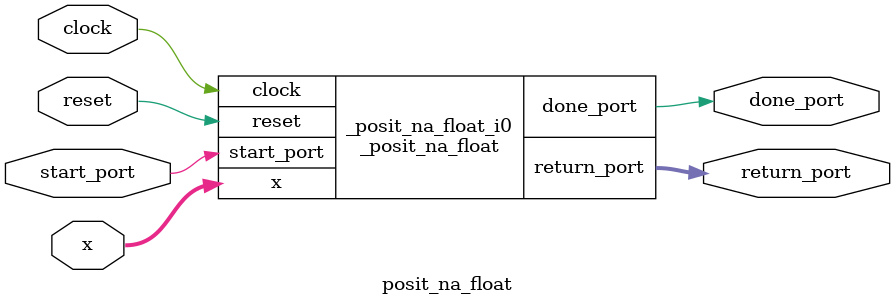
<source format=v>

`ifdef __ICARUS__
  `define _SIM_HAVE_CLOG2
`endif
`ifdef VERILATOR
  `define _SIM_HAVE_CLOG2
`endif
`ifdef MODEL_TECH
  `define _SIM_HAVE_CLOG2
`endif
`ifdef VCS
  `define _SIM_HAVE_CLOG2
`endif
`ifdef NCVERILOG
  `define _SIM_HAVE_CLOG2
`endif
`ifdef XILINX_SIMULATOR
  `define _SIM_HAVE_CLOG2
`endif
`ifdef XILINX_ISIM
  `define _SIM_HAVE_CLOG2
`endif

`timescale 1ns / 1ps
module constant_value(out1);
  parameter BITSIZE_out1=1, value=1'b0;
  // OUT
  output [BITSIZE_out1-1:0] out1;
  assign out1 = value;
endmodule

// This component is part of the BAMBU/PANDA IP LIBRARY
// Copyright (C) 2004-2020 Politecnico di Milano
// Author(s): Fabrizio Ferrandi <fabrizio.ferrandi@polimi.it>
// License: PANDA_LGPLv3
`timescale 1ns / 1ps
module register_STD(clock, reset, in1, wenable, out1);
  parameter BITSIZE_in1=1, BITSIZE_out1=1;
  // IN
  input clock;
  input reset;
  input [BITSIZE_in1-1:0] in1;
  input wenable;
  // OUT
  output [BITSIZE_out1-1:0] out1;
  reg [BITSIZE_out1-1:0] reg_out1 =0;
  assign out1 = reg_out1;
  always @(posedge clock)
    reg_out1 <= in1;

endmodule

// This component is part of the BAMBU/PANDA IP LIBRARY
// Copyright (C) 2004-2020 Politecnico di Milano
// Author(s): Fabrizio Ferrandi <fabrizio.ferrandi@polimi.it>
// License: PANDA_LGPLv3
`timescale 1ns / 1ps
module register_SE(clock, reset, in1, wenable, out1);
  parameter BITSIZE_in1=1, BITSIZE_out1=1;
  // IN
  input clock;
  input reset;
  input [BITSIZE_in1-1:0] in1;
  input wenable;
  // OUT
  output [BITSIZE_out1-1:0] out1;
  
  reg [BITSIZE_out1-1:0] reg_out1 =0;
  assign out1 = reg_out1;
  always @(posedge clock)
    if (wenable)
      reg_out1 <= in1;
endmodule

// This component is part of the BAMBU/PANDA IP LIBRARY
// Copyright (C) 2004-2020 Politecnico di Milano
// Author(s): Fabrizio Ferrandi <fabrizio.ferrandi@polimi.it>
// License: PANDA_LGPLv3
`timescale 1ns / 1ps
module UIdata_converter_FU(in1, out1);
  parameter BITSIZE_in1=1, BITSIZE_out1=1;
  // IN
  input [BITSIZE_in1-1:0] in1;
  // OUT
  output signed [BITSIZE_out1-1:0] out1;
  generate
  if (BITSIZE_out1 <= BITSIZE_in1)
  begin
    assign out1 = in1[BITSIZE_out1-1:0];
  end
  else
  begin
    assign out1 = {{(BITSIZE_out1-BITSIZE_in1){1'b0}},in1};
  end
  endgenerate
endmodule

// This component is part of the BAMBU/PANDA IP LIBRARY
// Copyright (C) 2004-2020 Politecnico di Milano
// Author(s): Fabrizio Ferrandi <fabrizio.ferrandi@polimi.it>
// License: PANDA_LGPLv3
`timescale 1ns / 1ps
module IUdata_converter_FU(in1, out1);
  parameter BITSIZE_in1=1, BITSIZE_out1=1;
  // IN
  input signed [BITSIZE_in1-1:0] in1;
  // OUT
  output [BITSIZE_out1-1:0] out1;
  generate
  if (BITSIZE_out1 <= BITSIZE_in1)
  begin
    assign out1 = in1[BITSIZE_out1-1:0];
  end
  else
  begin
    assign out1 = {{(BITSIZE_out1-BITSIZE_in1){in1[BITSIZE_in1-1]}},in1};
  end
  endgenerate
endmodule

// This component is part of the BAMBU/PANDA IP LIBRARY
// Copyright (C) 2004-2020 Politecnico di Milano
// Author(s): Fabrizio Ferrandi <fabrizio.ferrandi@polimi.it>
// License: PANDA_LGPLv3
`timescale 1ns / 1ps
module read_cond_FU(in1, out1);
  parameter BITSIZE_in1=1;
  // IN
  input [BITSIZE_in1-1:0] in1;
  // OUT
  output out1;
  assign out1 = in1 != {BITSIZE_in1{1'b0}};
endmodule

// This component is part of the BAMBU/PANDA IP LIBRARY
// Copyright (C) 2004-2020 Politecnico di Milano
// Author(s): Fabrizio Ferrandi <fabrizio.ferrandi@polimi.it>
// License: PANDA_LGPLv3
`timescale 1ns / 1ps
module multi_read_cond_FU(in1, out1);
  parameter BITSIZE_in1=1, PORTSIZE_in1=2, BITSIZE_out1=1;
  // IN
  input [(PORTSIZE_in1*BITSIZE_in1)+(-1):0] in1;
  // OUT
  output [BITSIZE_out1-1:0] out1;
  assign out1 = in1;
endmodule

// This component is part of the BAMBU/PANDA IP LIBRARY
// Copyright (C) 2004-2020 Politecnico di Milano
// Author(s): Fabrizio Ferrandi <fabrizio.ferrandi@polimi.it>
// License: PANDA_LGPLv3
`timescale 1ns / 1ps
module view_convert_expr_FU(in1, out1);
  parameter BITSIZE_in1=1, BITSIZE_out1=1;
  // IN
  input signed [BITSIZE_in1-1:0] in1;
  // OUT
  output [BITSIZE_out1-1:0] out1;
  assign out1 = in1;
endmodule

// This component is part of the BAMBU/PANDA IP LIBRARY
// Copyright (C) 2004-2020 Politecnico di Milano
// Author(s): Fabrizio Ferrandi <fabrizio.ferrandi@polimi.it>
// License: PANDA_LGPLv3
`timescale 1ns / 1ps
module bit_and_expr_FU(in1, in2, out1);
  parameter BITSIZE_in1=1, BITSIZE_in2=1, BITSIZE_out1=1;
  // IN
  input signed [BITSIZE_in1-1:0] in1;
  input signed [BITSIZE_in2-1:0] in2;
  // OUT
  output signed [BITSIZE_out1-1:0] out1;
  assign out1 = in1 & in2;
endmodule

// This component is part of the BAMBU/PANDA IP LIBRARY
// Copyright (C) 2016-2020 Politecnico di Milano
// Author(s): Fabrizio Ferrandi <fabrizio.ferrandi@polimi.it>
// License: PANDA_LGPLv3
`timescale 1ns / 1ps
module bit_ior_concat_expr_FU(in1, in2, in3, out1);
  parameter BITSIZE_in1=1, BITSIZE_in2=1, BITSIZE_in3=1, BITSIZE_out1=1, OFFSET_PARAMETER=1;
  // IN
  input signed [BITSIZE_in1-1:0] in1;
  input signed [BITSIZE_in2-1:0] in2;
  input signed [BITSIZE_in3-1:0] in3;
  // OUT
  output signed [BITSIZE_out1-1:0] out1;
  
  parameter nbit_out = BITSIZE_out1 > OFFSET_PARAMETER ? BITSIZE_out1 : 1+OFFSET_PARAMETER;
  wire signed [nbit_out-1:0] tmp_in1;
  wire signed [OFFSET_PARAMETER-1:0] tmp_in2;
  generate
    if(BITSIZE_in1 >= nbit_out)
      assign tmp_in1=in1[nbit_out-1:0];
    else
      assign tmp_in1={{(nbit_out-BITSIZE_in1){in1[BITSIZE_in1-1]}},in1};
  endgenerate
  generate
    if(BITSIZE_in2 >= OFFSET_PARAMETER)
      assign tmp_in2=in2[OFFSET_PARAMETER-1:0];
    else
      assign tmp_in2={{(OFFSET_PARAMETER-BITSIZE_in2){in2[BITSIZE_in2-1]}},in2};
  endgenerate
  assign out1 = {tmp_in1[nbit_out-1:OFFSET_PARAMETER] , tmp_in2};
endmodule

// This component is part of the BAMBU/PANDA IP LIBRARY
// Copyright (C) 2004-2020 Politecnico di Milano
// Author(s): Fabrizio Ferrandi <fabrizio.ferrandi@polimi.it>
// License: PANDA_LGPLv3
`timescale 1ns / 1ps
module bit_ior_expr_FU(in1, in2, out1);
  parameter BITSIZE_in1=1, BITSIZE_in2=1, BITSIZE_out1=1;
  // IN
  input signed [BITSIZE_in1-1:0] in1;
  input signed [BITSIZE_in2-1:0] in2;
  // OUT
  output signed [BITSIZE_out1-1:0] out1;
  assign out1 = in1 | in2;
endmodule

// This component is part of the BAMBU/PANDA IP LIBRARY
// Copyright (C) 2004-2020 Politecnico di Milano
// Author(s): Fabrizio Ferrandi <fabrizio.ferrandi@polimi.it>
// License: PANDA_LGPLv3
`timescale 1ns / 1ps
module cond_expr_FU(in1, in2, in3, out1);
  parameter BITSIZE_in1=1, BITSIZE_in2=1, BITSIZE_in3=1, BITSIZE_out1=1;
  // IN
  input [BITSIZE_in1-1:0] in1;
  input signed [BITSIZE_in2-1:0] in2;
  input signed [BITSIZE_in3-1:0] in3;
  // OUT
  output signed [BITSIZE_out1-1:0] out1;
  assign out1 = in1 != 0 ? in2 : in3;
endmodule

// This component is part of the BAMBU/PANDA IP LIBRARY
// Copyright (C) 2004-2020 Politecnico di Milano
// Author(s): Fabrizio Ferrandi <fabrizio.ferrandi@polimi.it>
// License: PANDA_LGPLv3
`timescale 1ns / 1ps
module eq_expr_FU(in1, in2, out1);
  parameter BITSIZE_in1=1, BITSIZE_in2=1, BITSIZE_out1=1;
  // IN
  input signed [BITSIZE_in1-1:0] in1;
  input signed [BITSIZE_in2-1:0] in2;
  // OUT
  output [BITSIZE_out1-1:0] out1;
  assign out1 = in1 == in2;
endmodule

// This component is part of the BAMBU/PANDA IP LIBRARY
// Copyright (C) 2004-2020 Politecnico di Milano
// Author(s): Fabrizio Ferrandi <fabrizio.ferrandi@polimi.it>
// License: PANDA_LGPLv3
`timescale 1ns / 1ps
module fp_cond_expr_FU(in1, in2, in3, out1);
  parameter BITSIZE_in1=1, BITSIZE_in2=1, BITSIZE_in3=1, BITSIZE_out1=1;
  // IN
  input [BITSIZE_in1-1:0] in1;
  input [BITSIZE_in2-1:0] in2;
  input [BITSIZE_in3-1:0] in3;
  // OUT
  output [BITSIZE_out1-1:0] out1;
  assign out1 = in1 != 0 ? in2 : in3;
endmodule

// This component is part of the BAMBU/PANDA IP LIBRARY
// Copyright (C) 2004-2020 Politecnico di Milano
// Author(s): Fabrizio Ferrandi <fabrizio.ferrandi@polimi.it>
// License: PANDA_LGPLv3
`timescale 1ns / 1ps
module lshift_expr_FU(in1, in2, out1);
  parameter BITSIZE_in1=1, BITSIZE_in2=1, BITSIZE_out1=1, PRECISION=1;
  // IN
  input signed [BITSIZE_in1-1:0] in1;
  input [BITSIZE_in2-1:0] in2;
  // OUT
  output signed [BITSIZE_out1-1:0] out1;
  `ifndef _SIM_HAVE_CLOG2
    function integer log2;
       input integer value;
       integer temp_value;
      begin
        temp_value = value-1;
        for (log2=0; temp_value>0; log2=log2+1)
          temp_value = temp_value>>1;
      end
    endfunction
  `endif
  `ifdef _SIM_HAVE_CLOG2
    parameter arg2_bitsize = $clog2(PRECISION);
  `else
    parameter arg2_bitsize = log2(PRECISION);
  `endif
  generate
    if(BITSIZE_in2 > arg2_bitsize)
      assign out1 = in1 <<< in2[arg2_bitsize-1:0];
    else
      assign out1 = in1 <<< in2;
  endgenerate
endmodule

// This component is part of the BAMBU/PANDA IP LIBRARY
// Copyright (C) 2004-2020 Politecnico di Milano
// Author(s): Fabrizio Ferrandi <fabrizio.ferrandi@polimi.it>
// License: PANDA_LGPLv3
`timescale 1ns / 1ps
module minus_expr_FU(in1, in2, out1);
  parameter BITSIZE_in1=1, BITSIZE_in2=1, BITSIZE_out1=1;
  // IN
  input signed [BITSIZE_in1-1:0] in1;
  input signed [BITSIZE_in2-1:0] in2;
  // OUT
  output signed [BITSIZE_out1-1:0] out1;
  assign out1 = in1 - in2;
endmodule

// This component is part of the BAMBU/PANDA IP LIBRARY
// Copyright (C) 2004-2020 Politecnico di Milano
// Author(s): Fabrizio Ferrandi <fabrizio.ferrandi@polimi.it>
// License: PANDA_LGPLv3
`timescale 1ns / 1ps
module ne_expr_FU(in1, in2, out1);
  parameter BITSIZE_in1=1, BITSIZE_in2=1, BITSIZE_out1=1;
  // IN
  input signed [BITSIZE_in1-1:0] in1;
  input signed [BITSIZE_in2-1:0] in2;
  // OUT
  output [BITSIZE_out1-1:0] out1;
  assign out1 = in1 != in2;
endmodule

// This component is part of the BAMBU/PANDA IP LIBRARY
// Copyright (C) 2004-2020 Politecnico di Milano
// Author(s): Fabrizio Ferrandi <fabrizio.ferrandi@polimi.it>
// License: PANDA_LGPLv3
`timescale 1ns / 1ps
module plus_expr_FU(in1, in2, out1);
  parameter BITSIZE_in1=1, BITSIZE_in2=1, BITSIZE_out1=1;
  // IN
  input signed [BITSIZE_in1-1:0] in1;
  input signed [BITSIZE_in2-1:0] in2;
  // OUT
  output signed [BITSIZE_out1-1:0] out1;
  assign out1 = in1 + in2;
endmodule

// This component is part of the BAMBU/PANDA IP LIBRARY
// Copyright (C) 2004-2020 Politecnico di Milano
// Author(s): Fabrizio Ferrandi <fabrizio.ferrandi@polimi.it>
// License: PANDA_LGPLv3
`timescale 1ns / 1ps
module rshift_expr_FU(in1, in2, out1);
  parameter BITSIZE_in1=1, BITSIZE_in2=1, BITSIZE_out1=1, PRECISION=1;
  // IN
  input signed [BITSIZE_in1-1:0] in1;
  input [BITSIZE_in2-1:0] in2;
  // OUT
  output signed [BITSIZE_out1-1:0] out1;
  `ifndef _SIM_HAVE_CLOG2
    function integer log2;
       input integer value;
       integer temp_value;
      begin
        temp_value = value-1;
        for (log2=0; temp_value>0; log2=log2+1)
          temp_value = temp_value>>1;
      end
    endfunction
  `endif
  `ifdef _SIM_HAVE_CLOG2
    parameter arg2_bitsize = $clog2(PRECISION);
  `else
    parameter arg2_bitsize = log2(PRECISION);
  `endif
  generate
    if(BITSIZE_in2 > arg2_bitsize)
      assign out1 = in1 >>> (in2[arg2_bitsize-1:0]);
    else
      assign out1 = in1 >>> in2;
  endgenerate
endmodule

// This component is part of the BAMBU/PANDA IP LIBRARY
// Copyright (C) 2004-2020 Politecnico di Milano
// Author(s): Fabrizio Ferrandi <fabrizio.ferrandi@polimi.it>
// License: PANDA_LGPLv3
`timescale 1ns / 1ps
module truth_and_expr_FU(in1, in2, out1);
  parameter BITSIZE_in1=1, BITSIZE_in2=1, BITSIZE_out1=1;
  // IN
  input [BITSIZE_in1-1:0] in1;
  input [BITSIZE_in2-1:0] in2;
  // OUT
  output [BITSIZE_out1-1:0] out1;
  assign out1 = in1 && in2;
endmodule

// This component is part of the BAMBU/PANDA IP LIBRARY
// Copyright (C) 2004-2020 Politecnico di Milano
// Author(s): Fabrizio Ferrandi <fabrizio.ferrandi@polimi.it>
// License: PANDA_LGPLv3
`timescale 1ns / 1ps
module truth_not_expr_FU(in1, out1);
  parameter BITSIZE_in1=1, BITSIZE_out1=1;
  // IN
  input [BITSIZE_in1-1:0] in1;
  // OUT
  output [BITSIZE_out1-1:0] out1;
  assign out1 = !in1;
endmodule

// This component is part of the BAMBU/PANDA IP LIBRARY
// Copyright (C) 2004-2020 Politecnico di Milano
// Author(s): Fabrizio Ferrandi <fabrizio.ferrandi@polimi.it>
// License: PANDA_LGPLv3
`timescale 1ns / 1ps
module ui_cond_expr_FU(in1, in2, in3, out1);
  parameter BITSIZE_in1=1, BITSIZE_in2=1, BITSIZE_in3=1, BITSIZE_out1=1;
  // IN
  input [BITSIZE_in1-1:0] in1;
  input [BITSIZE_in2-1:0] in2;
  input [BITSIZE_in3-1:0] in3;
  // OUT
  output [BITSIZE_out1-1:0] out1;
  assign out1 = in1 != 0 ? in2 : in3;
endmodule

// This component is part of the BAMBU/PANDA IP LIBRARY
// Copyright (C) 2004-2020 Politecnico di Milano
// Author(s): Fabrizio Ferrandi <fabrizio.ferrandi@polimi.it>
// License: PANDA_LGPLv3
`timescale 1ns / 1ps
module ui_minus_expr_FU(in1, in2, out1);
  parameter BITSIZE_in1=1, BITSIZE_in2=1, BITSIZE_out1=1;
  // IN
  input [BITSIZE_in1-1:0] in1;
  input [BITSIZE_in2-1:0] in2;
  // OUT
  output [BITSIZE_out1-1:0] out1;
  assign out1 = in1 - in2;
endmodule

// This component is part of the BAMBU/PANDA IP LIBRARY
// Copyright (C) 2004-2020 Politecnico di Milano
// Author(s): Fabrizio Ferrandi <fabrizio.ferrandi@polimi.it>
// License: PANDA_LGPLv3
`timescale 1ns / 1ps
module ui_negate_expr_FU(in1, out1);
  parameter BITSIZE_in1=1, BITSIZE_out1=1;
  // IN
  input [BITSIZE_in1-1:0] in1;
  // OUT
  output [BITSIZE_out1-1:0] out1;
  assign out1 = -in1;
endmodule

// This component is part of the BAMBU/PANDA IP LIBRARY
// Copyright (C) 2004-2020 Politecnico di Milano
// Author(s): Fabrizio Ferrandi <fabrizio.ferrandi@polimi.it>
// License: PANDA_LGPLv3
`timescale 1ns / 1ps
module ASSIGN_SIGNED_FU(in1, out1);
  parameter BITSIZE_in1=1, BITSIZE_out1=1;
  // IN
  input signed [BITSIZE_in1-1:0] in1;
  // OUT
  output signed [BITSIZE_out1-1:0] out1;
  assign out1 = in1;
endmodule

// This component is part of the BAMBU/PANDA IP LIBRARY
// Copyright (C) 2004-2020 Politecnico di Milano
// Author(s): Fabrizio Ferrandi <fabrizio.ferrandi@polimi.it>, Christian Pilato <christian.pilato@polimi.it>
// License: PANDA_LGPLv3
`timescale 1ns / 1ps
module MUX_GATE(sel, in1, in2, out1);
  parameter BITSIZE_in1=1, BITSIZE_in2=1, BITSIZE_out1=1;
  // IN
  input sel;
  input [BITSIZE_in1-1:0] in1;
  input [BITSIZE_in2-1:0] in2;
  // OUT
  output [BITSIZE_out1-1:0] out1;
  assign out1 = sel ? in1 : in2;
endmodule

// This component is part of the BAMBU/PANDA IP LIBRARY
// Copyright (C) 2004-2020 Politecnico di Milano
// Author(s): Fabrizio Ferrandi <fabrizio.ferrandi@polimi.it>
// License: PANDA_LGPLv3
`timescale 1ns / 1ps
module UUdata_converter_FU(in1, out1);
  parameter BITSIZE_in1=1, BITSIZE_out1=1;
  // IN
  input [BITSIZE_in1-1:0] in1;
  // OUT
  output [BITSIZE_out1-1:0] out1;
  generate
  if (BITSIZE_out1 <= BITSIZE_in1)
  begin
    assign out1 = in1[BITSIZE_out1-1:0];
  end
  else
  begin
    assign out1 = {{(BITSIZE_out1-BITSIZE_in1){1'b0}},in1};
  end
  endgenerate
endmodule

// This component is part of the BAMBU/PANDA IP LIBRARY
// Copyright (C) 2004-2020 Politecnico di Milano
// Author(s): Fabrizio Ferrandi <fabrizio.ferrandi@polimi.it>
// License: PANDA_LGPLv3
`timescale 1ns / 1ps
module IIdata_converter_FU(in1, out1);
  parameter BITSIZE_in1=1, BITSIZE_out1=1;
  // IN
  input signed [BITSIZE_in1-1:0] in1;
  // OUT
  output signed [BITSIZE_out1-1:0] out1;
  generate
  if (BITSIZE_out1 <= BITSIZE_in1)
  begin
    assign out1 = in1[BITSIZE_out1-1:0];
  end
  else
  begin
    assign out1 = {{(BITSIZE_out1-BITSIZE_in1){in1[BITSIZE_in1-1]}},in1};
  end
  endgenerate
endmodule

// Datapath RTL description for posit_na_float
// This component has been derived from the input source code and so it does not fall under the copyright of PandA framework, but it follows the input source code copyright, and may be aggregated with components of the BAMBU/PANDA IP LIBRARY.
// Author(s): Component automatically generated by bambu
// License: THIS COMPONENT IS PROVIDED "AS IS" AND WITHOUT ANY EXPRESS OR IMPLIED WARRANTIES, INCLUDING, WITHOUT LIMITATION, THE IMPLIED WARRANTIES OF MERCHANTIBILITY AND FITNESS FOR A PARTICULAR PURPOSE.
`timescale 1ns / 1ps
module datapath_posit_na_float(clock, reset, in_port_x, return_port, selector_MUX_103_rshift_expr_FU_16_16_16_49_i0_1_0_0, selector_MUX_48_gimple_return_FU_6_i0_0_0_0, selector_MUX_95_reg_5_0_0_0, selector_MUX_96_reg_6_0_0_0, selector_MUX_97_reg_7_0_0_0, selector_MUX_98_reg_8_0_0_0, selector_MUX_99_reg_9_0_0_0, wrenable_reg_0, wrenable_reg_1, wrenable_reg_2, wrenable_reg_3, wrenable_reg_4, wrenable_reg_5, wrenable_reg_6, wrenable_reg_7, wrenable_reg_8, wrenable_reg_9, OUT_CONDITION_posit_na_float_28435_28460, OUT_MULTIIF_posit_na_float_28435_28730);
  // IN
  input clock;
  input reset;
  input [15:0] in_port_x;
  input selector_MUX_103_rshift_expr_FU_16_16_16_49_i0_1_0_0;
  input selector_MUX_48_gimple_return_FU_6_i0_0_0_0;
  input selector_MUX_95_reg_5_0_0_0;
  input selector_MUX_96_reg_6_0_0_0;
  input selector_MUX_97_reg_7_0_0_0;
  input selector_MUX_98_reg_8_0_0_0;
  input selector_MUX_99_reg_9_0_0_0;
  input wrenable_reg_0;
  input wrenable_reg_1;
  input wrenable_reg_2;
  input wrenable_reg_3;
  input wrenable_reg_4;
  input wrenable_reg_5;
  input wrenable_reg_6;
  input wrenable_reg_7;
  input wrenable_reg_8;
  input wrenable_reg_9;
  // OUT
  output [31:0] return_port;
  output OUT_CONDITION_posit_na_float_28435_28460;
  output [1:0] OUT_MULTIIF_posit_na_float_28435_28730;
  // Component and signal declarations
  wire [3:0] out_IUdata_converter_FU_11_i0_fu_posit_na_float_28435_28535;
  wire [14:0] out_IUdata_converter_FU_4_i0_fu_posit_na_float_28435_28483;
  wire [14:0] out_IUdata_converter_FU_8_i0_fu_posit_na_float_28435_28495;
  wire [4:0] out_MUX_103_rshift_expr_FU_16_16_16_49_i0_1_0_0;
  wire [31:0] out_MUX_48_gimple_return_FU_6_i0_0_0_0;
  wire [4:0] out_MUX_95_reg_5_0_0_0;
  wire [10:0] out_MUX_96_reg_6_0_0_0;
  wire [4:0] out_MUX_97_reg_7_0_0_0;
  wire [18:0] out_MUX_98_reg_8_0_0_0;
  wire [5:0] out_MUX_99_reg_9_0_0_0;
  wire signed [4:0] out_UIdata_converter_FU_12_i0_fu_posit_na_float_28435_28537;
  wire signed [16:0] out_UIdata_converter_FU_2_i0_fu_posit_na_float_28435_28456;
  wire signed [14:0] out_UIdata_converter_FU_3_i0_fu_posit_na_float_28435_28458;
  wire signed [14:0] out_UIdata_converter_FU_7_i0_fu_posit_na_float_28435_28493;
  wire signed [15:0] out_UIdata_converter_FU_9_i0_fu_posit_na_float_28435_28512;
  wire signed [15:0] out_bit_and_expr_FU_16_0_16_19_i0_fu_posit_na_float_28435_28459;
  wire signed [15:0] out_bit_and_expr_FU_16_0_16_19_i1_fu_posit_na_float_28435_28494;
  wire signed [8:0] out_bit_and_expr_FU_16_0_16_20_i0_fu_posit_na_float_28435_28613;
  wire signed [15:0] out_bit_and_expr_FU_16_16_16_21_i0_fu_posit_na_float_28435_28609;
  wire signed [23:0] out_bit_and_expr_FU_32_0_32_22_i0_fu_posit_na_float_28435_28615;
  wire signed [1:0] out_bit_and_expr_FU_8_0_8_23_i0_fu_posit_na_float_28435_28539;
  wire signed [6:0] out_bit_and_expr_FU_8_0_8_24_i0_fu_posit_na_float_28435_28608;
  wire signed [10:0] out_bit_ior_concat_expr_FU_25_i0_fu_posit_na_float_28435_28562;
  wire signed [31:0] out_bit_ior_expr_FU_0_32_32_26_i0_fu_posit_na_float_28435_28616;
  wire signed [31:0] out_bit_ior_expr_FU_0_32_32_27_i0_fu_posit_na_float_28435_28617;
  wire signed [10:0] out_cond_expr_FU_16_16_16_16_28_i0_fu_posit_na_float_28435_28739;
  wire signed [18:0] out_cond_expr_FU_32_32_32_32_29_i0_fu_posit_na_float_28435_28745;
  wire signed [4:0] out_cond_expr_FU_8_8_8_8_30_i0_fu_posit_na_float_28435_28742;
  wire signed [5:0] out_cond_expr_FU_8_8_8_8_30_i1_fu_posit_na_float_28435_28748;
  wire out_const_0;
  wire [31:0] out_const_1;
  wire [7:0] out_const_10;
  wire [8:0] out_const_11;
  wire [10:0] out_const_12;
  wire [15:0] out_const_13;
  wire [23:0] out_const_14;
  wire [31:0] out_const_15;
  wire [3:0] out_const_16;
  wire [1:0] out_const_17;
  wire [3:0] out_const_18;
  wire [1:0] out_const_2;
  wire [4:0] out_const_3;
  wire [5:0] out_const_4;
  wire [3:0] out_const_5;
  wire [4:0] out_const_6;
  wire [5:0] out_const_7;
  wire [5:0] out_const_8;
  wire [6:0] out_const_9;
  wire [14:0] out_conv_out_MUX_98_reg_8_0_0_0_19_15;
  wire [4:0] out_conv_out_i_assign_conn_obj_0_ASSIGN_SIGNED_FU_i_assign_0_I_1_5;
  wire [4:0] out_conv_out_i_assign_conn_obj_1_ASSIGN_SIGNED_FU_i_assign_1_I_4_5;
  wire [18:0] out_conv_out_i_assign_conn_obj_2_ASSIGN_SIGNED_FU_i_assign_2_I_2_19;
  wire signed [0:0] out_conv_out_rshift_expr_FU_16_16_16_49_i0_rshift_expr_FU_16_16_16_49_i0_I_6_I_1;
  wire out_eq_expr_FU_16_0_16_31_i0_fu_posit_na_float_28435_28676;
  wire [31:0] out_fp_cond_expr_FU_32_32_32_32_32_i0_fu_posit_na_float_28435_28727;
  wire signed [0:0] out_i_assign_conn_obj_0_ASSIGN_SIGNED_FU_i_assign_0;
  wire signed [3:0] out_i_assign_conn_obj_1_ASSIGN_SIGNED_FU_i_assign_1;
  wire signed [1:0] out_i_assign_conn_obj_2_ASSIGN_SIGNED_FU_i_assign_2;
  wire signed [18:0] out_i_assign_conn_obj_3_ASSIGN_SIGNED_FU_i_assign_3;
  wire signed [18:0] out_lshift_expr_FU_0_32_32_33_i0_fu_posit_na_float_28435_28564;
  wire signed [10:0] out_lshift_expr_FU_16_0_16_34_i0_fu_posit_na_float_28435_28561;
  wire signed [10:0] out_lshift_expr_FU_16_0_16_35_i0_fu_posit_na_float_28435_28724;
  wire signed [31:0] out_lshift_expr_FU_32_0_32_36_i0_fu_posit_na_float_28435_28612;
  wire signed [31:0] out_lshift_expr_FU_32_0_32_37_i0_fu_posit_na_float_28435_28614;
  wire signed [22:0] out_lshift_expr_FU_32_32_32_38_i0_fu_posit_na_float_28435_28610;
  wire signed [4:0] out_minus_expr_FU_0_8_8_39_i0_fu_posit_na_float_28435_28563;
  wire [1:0] out_multi_read_cond_FU_13_i0_fu_posit_na_float_28435_28730;
  wire out_ne_expr_FU_8_0_8_40_i0_fu_posit_na_float_28435_28680;
  wire out_ne_expr_FU_8_0_8_40_i1_fu_posit_na_float_28435_28684;
  wire out_ne_expr_FU_8_0_8_40_i2_fu_posit_na_float_28435_28686;
  wire out_ne_expr_FU_8_0_8_41_i0_fu_posit_na_float_28435_28682;
  wire signed [18:0] out_plus_expr_FU_32_0_32_42_i0_fu_posit_na_float_28435_28565;
  wire signed [4:0] out_plus_expr_FU_8_0_8_43_i0_fu_posit_na_float_28435_28517;
  wire signed [4:0] out_plus_expr_FU_8_0_8_44_i0_fu_posit_na_float_28435_28560;
  wire signed [5:0] out_plus_expr_FU_8_0_8_45_i0_fu_posit_na_float_28435_28566;
  wire signed [4:0] out_plus_expr_FU_8_0_8_46_i0_fu_posit_na_float_28435_28721;
  wire signed [7:0] out_plus_expr_FU_8_8_8_47_i0_fu_posit_na_float_28435_28611;
  wire out_read_cond_FU_5_i0_fu_posit_na_float_28435_28460;
  wire [31:0] out_reg_0_reg_0;
  wire [14:0] out_reg_1_reg_1;
  wire [31:0] out_reg_2_reg_2;
  wire out_reg_3_reg_3;
  wire [15:0] out_reg_4_reg_4;
  wire [4:0] out_reg_5_reg_5;
  wire [10:0] out_reg_6_reg_6;
  wire [4:0] out_reg_7_reg_7;
  wire [14:0] out_reg_8_reg_8;
  wire [5:0] out_reg_9_reg_9;
  wire signed [4:0] out_rshift_expr_FU_16_0_16_48_i0_fu_posit_na_float_28435_28718;
  wire signed [5:0] out_rshift_expr_FU_16_16_16_49_i0_rshift_expr_FU_16_16_16_49_i0;
  wire signed [1:0] out_rshift_expr_FU_32_0_32_50_i0_fu_posit_na_float_28435_28457;
  wire out_truth_and_expr_FU_1_1_1_51_i0_fu_posit_na_float_28435_28736;
  wire out_truth_not_expr_FU_1_1_52_i0_fu_posit_na_float_28435_28733;
  wire [14:0] out_ui_cond_expr_FU_16_16_16_16_53_i0_fu_posit_na_float_28435_28737;
  wire [31:0] out_ui_minus_expr_FU_0_8_8_54_i0_fu_posit_na_float_28435_28536;
  wire [14:0] out_ui_negate_expr_FU_16_16_55_i0_fu_posit_na_float_28435_28492;
  wire [31:0] out_view_convert_expr_FU_18_i0_fu_posit_na_float_28435_28618;
  
  ASSIGN_SIGNED_FU #(.BITSIZE_in1(1), .BITSIZE_out1(1)) ASSIGN_SIGNED_FU_i_assign_0 (.out1(out_i_assign_conn_obj_0_ASSIGN_SIGNED_FU_i_assign_0), .in1(out_const_0));
  ASSIGN_SIGNED_FU #(.BITSIZE_in1(4), .BITSIZE_out1(4)) ASSIGN_SIGNED_FU_i_assign_1 (.out1(out_i_assign_conn_obj_1_ASSIGN_SIGNED_FU_i_assign_1), .in1(out_const_16));
  ASSIGN_SIGNED_FU #(.BITSIZE_in1(2), .BITSIZE_out1(2)) ASSIGN_SIGNED_FU_i_assign_2 (.out1(out_i_assign_conn_obj_2_ASSIGN_SIGNED_FU_i_assign_2), .in1(out_const_17));
  ASSIGN_SIGNED_FU #(.BITSIZE_in1(19), .BITSIZE_out1(19)) ASSIGN_SIGNED_FU_i_assign_3 (.out1(out_i_assign_conn_obj_3_ASSIGN_SIGNED_FU_i_assign_3), .in1(out_cond_expr_FU_32_32_32_32_29_i0_fu_posit_na_float_28435_28745));
  MUX_GATE #(.BITSIZE_in1(5), .BITSIZE_in2(5), .BITSIZE_out1(5)) MUX_103_rshift_expr_FU_16_16_16_49_i0_1_0_0 (.out1(out_MUX_103_rshift_expr_FU_16_16_16_49_i0_1_0_0), .sel(selector_MUX_103_rshift_expr_FU_16_16_16_49_i0_1_0_0), .in1(out_reg_7_reg_7), .in2(out_UIdata_converter_FU_12_i0_fu_posit_na_float_28435_28537));
  MUX_GATE #(.BITSIZE_in1(32), .BITSIZE_in2(32), .BITSIZE_out1(32)) MUX_48_gimple_return_FU_6_i0_0_0_0 (.out1(out_MUX_48_gimple_return_FU_6_i0_0_0_0), .sel(selector_MUX_48_gimple_return_FU_6_i0_0_0_0), .in1(out_reg_0_reg_0), .in2(out_view_convert_expr_FU_18_i0_fu_posit_na_float_28435_28618));
  MUX_GATE #(.BITSIZE_in1(5), .BITSIZE_in2(5), .BITSIZE_out1(5)) MUX_95_reg_5_0_0_0 (.out1(out_MUX_95_reg_5_0_0_0), .sel(selector_MUX_95_reg_5_0_0_0), .in1(out_conv_out_i_assign_conn_obj_0_ASSIGN_SIGNED_FU_i_assign_0_I_1_5), .in2(out_plus_expr_FU_8_0_8_43_i0_fu_posit_na_float_28435_28517));
  MUX_GATE #(.BITSIZE_in1(11), .BITSIZE_in2(11), .BITSIZE_out1(11)) MUX_96_reg_6_0_0_0 (.out1(out_MUX_96_reg_6_0_0_0), .sel(selector_MUX_96_reg_6_0_0_0), .in1(out_const_12), .in2(out_cond_expr_FU_16_16_16_16_28_i0_fu_posit_na_float_28435_28739));
  MUX_GATE #(.BITSIZE_in1(5), .BITSIZE_in2(5), .BITSIZE_out1(5)) MUX_97_reg_7_0_0_0 (.out1(out_MUX_97_reg_7_0_0_0), .sel(selector_MUX_97_reg_7_0_0_0), .in1(out_cond_expr_FU_8_8_8_8_30_i0_fu_posit_na_float_28435_28742), .in2(out_conv_out_i_assign_conn_obj_1_ASSIGN_SIGNED_FU_i_assign_1_I_4_5));
  MUX_GATE #(.BITSIZE_in1(19), .BITSIZE_in2(19), .BITSIZE_out1(19)) MUX_98_reg_8_0_0_0 (.out1(out_MUX_98_reg_8_0_0_0), .sel(selector_MUX_98_reg_8_0_0_0), .in1(out_conv_out_i_assign_conn_obj_2_ASSIGN_SIGNED_FU_i_assign_2_I_2_19), .in2(out_i_assign_conn_obj_3_ASSIGN_SIGNED_FU_i_assign_3));
  MUX_GATE #(.BITSIZE_in1(6), .BITSIZE_in2(6), .BITSIZE_out1(6)) MUX_99_reg_9_0_0_0 (.out1(out_MUX_99_reg_9_0_0_0), .sel(selector_MUX_99_reg_9_0_0_0), .in1(out_const_7), .in2(out_cond_expr_FU_8_8_8_8_30_i1_fu_posit_na_float_28435_28748));
  constant_value #(.BITSIZE_out1(1), .value(1'b0)) const_0 (.out1(out_const_0));
  constant_value #(.BITSIZE_out1(32), .value(32'b00000000000000000000000000000000)) const_1 (.out1(out_const_1));
  constant_value #(.BITSIZE_out1(8), .value(8'b01111111)) const_10 (.out1(out_const_10));
  constant_value #(.BITSIZE_out1(9), .value(9'b011111111)) const_11 (.out1(out_const_11));
  constant_value #(.BITSIZE_out1(11), .value(11'b01111111111)) const_12 (.out1(out_const_12));
  constant_value #(.BITSIZE_out1(16), .value(16'b0111111111111111)) const_13 (.out1(out_const_13));
  constant_value #(.BITSIZE_out1(24), .value(24'b011111111111111111111111)) const_14 (.out1(out_const_14));
  constant_value #(.BITSIZE_out1(32), .value(32'b10000000000000000000000000000000)) const_15 (.out1(out_const_15));
  constant_value #(.BITSIZE_out1(4), .value(4'b1001)) const_16 (.out1(out_const_16));
  constant_value #(.BITSIZE_out1(2), .value(2'b11)) const_17 (.out1(out_const_17));
  constant_value #(.BITSIZE_out1(4), .value(4'b1110)) const_18 (.out1(out_const_18));
  constant_value #(.BITSIZE_out1(2), .value(2'b01)) const_2 (.out1(out_const_2));
  constant_value #(.BITSIZE_out1(5), .value(5'b01000)) const_3 (.out1(out_const_3));
  constant_value #(.BITSIZE_out1(6), .value(6'b010111)) const_4 (.out1(out_const_4));
  constant_value #(.BITSIZE_out1(4), .value(4'b0110)) const_5 (.out1(out_const_5));
  constant_value #(.BITSIZE_out1(5), .value(5'b01111)) const_6 (.out1(out_const_6));
  constant_value #(.BITSIZE_out1(6), .value(6'b011110)) const_7 (.out1(out_const_7));
  constant_value #(.BITSIZE_out1(6), .value(6'b011111)) const_8 (.out1(out_const_8));
  constant_value #(.BITSIZE_out1(7), .value(7'b0111111)) const_9 (.out1(out_const_9));
  UUdata_converter_FU #(.BITSIZE_in1(19), .BITSIZE_out1(15)) conv_out_MUX_98_reg_8_0_0_0_19_15 (.out1(out_conv_out_MUX_98_reg_8_0_0_0_19_15), .in1(out_MUX_98_reg_8_0_0_0));
  IUdata_converter_FU #(.BITSIZE_in1(1), .BITSIZE_out1(5)) conv_out_i_assign_conn_obj_0_ASSIGN_SIGNED_FU_i_assign_0_I_1_5 (.out1(out_conv_out_i_assign_conn_obj_0_ASSIGN_SIGNED_FU_i_assign_0_I_1_5), .in1(out_i_assign_conn_obj_0_ASSIGN_SIGNED_FU_i_assign_0));
  IUdata_converter_FU #(.BITSIZE_in1(4), .BITSIZE_out1(5)) conv_out_i_assign_conn_obj_1_ASSIGN_SIGNED_FU_i_assign_1_I_4_5 (.out1(out_conv_out_i_assign_conn_obj_1_ASSIGN_SIGNED_FU_i_assign_1_I_4_5), .in1(out_i_assign_conn_obj_1_ASSIGN_SIGNED_FU_i_assign_1));
  IUdata_converter_FU #(.BITSIZE_in1(2), .BITSIZE_out1(19)) conv_out_i_assign_conn_obj_2_ASSIGN_SIGNED_FU_i_assign_2_I_2_19 (.out1(out_conv_out_i_assign_conn_obj_2_ASSIGN_SIGNED_FU_i_assign_2_I_2_19), .in1(out_i_assign_conn_obj_2_ASSIGN_SIGNED_FU_i_assign_2));
  IIdata_converter_FU #(.BITSIZE_in1(6), .BITSIZE_out1(1)) conv_out_rshift_expr_FU_16_16_16_49_i0_rshift_expr_FU_16_16_16_49_i0_I_6_I_1 (.out1(out_conv_out_rshift_expr_FU_16_16_16_49_i0_rshift_expr_FU_16_16_16_49_i0_I_6_I_1), .in1(out_rshift_expr_FU_16_16_16_49_i0_rshift_expr_FU_16_16_16_49_i0));
  UIdata_converter_FU #(.BITSIZE_in1(16), .BITSIZE_out1(17)) fu_posit_na_float_28435_28456 (.out1(out_UIdata_converter_FU_2_i0_fu_posit_na_float_28435_28456), .in1(in_port_x));
  rshift_expr_FU #(.BITSIZE_in1(17), .BITSIZE_in2(5), .BITSIZE_out1(2), .PRECISION(32)) fu_posit_na_float_28435_28457 (.out1(out_rshift_expr_FU_32_0_32_50_i0_fu_posit_na_float_28435_28457), .in1(out_UIdata_converter_FU_2_i0_fu_posit_na_float_28435_28456), .in2(out_const_6));
  UIdata_converter_FU #(.BITSIZE_in1(16), .BITSIZE_out1(15)) fu_posit_na_float_28435_28458 (.out1(out_UIdata_converter_FU_3_i0_fu_posit_na_float_28435_28458), .in1(in_port_x));
  bit_and_expr_FU #(.BITSIZE_in1(15), .BITSIZE_in2(16), .BITSIZE_out1(16)) fu_posit_na_float_28435_28459 (.out1(out_bit_and_expr_FU_16_0_16_19_i0_fu_posit_na_float_28435_28459), .in1(out_UIdata_converter_FU_3_i0_fu_posit_na_float_28435_28458), .in2(out_const_13));
  read_cond_FU #(.BITSIZE_in1(1)) fu_posit_na_float_28435_28460 (.out1(out_read_cond_FU_5_i0_fu_posit_na_float_28435_28460), .in1(out_eq_expr_FU_16_0_16_31_i0_fu_posit_na_float_28435_28676));
  IUdata_converter_FU #(.BITSIZE_in1(16), .BITSIZE_out1(15)) fu_posit_na_float_28435_28483 (.out1(out_IUdata_converter_FU_4_i0_fu_posit_na_float_28435_28483), .in1(out_bit_and_expr_FU_16_0_16_19_i0_fu_posit_na_float_28435_28459));
  ui_negate_expr_FU #(.BITSIZE_in1(15), .BITSIZE_out1(15)) fu_posit_na_float_28435_28492 (.out1(out_ui_negate_expr_FU_16_16_55_i0_fu_posit_na_float_28435_28492), .in1(out_reg_1_reg_1));
  UIdata_converter_FU #(.BITSIZE_in1(15), .BITSIZE_out1(15)) fu_posit_na_float_28435_28493 (.out1(out_UIdata_converter_FU_7_i0_fu_posit_na_float_28435_28493), .in1(out_ui_negate_expr_FU_16_16_55_i0_fu_posit_na_float_28435_28492));
  bit_and_expr_FU #(.BITSIZE_in1(15), .BITSIZE_in2(16), .BITSIZE_out1(16)) fu_posit_na_float_28435_28494 (.out1(out_bit_and_expr_FU_16_0_16_19_i1_fu_posit_na_float_28435_28494), .in1(out_UIdata_converter_FU_7_i0_fu_posit_na_float_28435_28493), .in2(out_const_13));
  IUdata_converter_FU #(.BITSIZE_in1(16), .BITSIZE_out1(15)) fu_posit_na_float_28435_28495 (.out1(out_IUdata_converter_FU_8_i0_fu_posit_na_float_28435_28495), .in1(out_bit_and_expr_FU_16_0_16_19_i1_fu_posit_na_float_28435_28494));
  UIdata_converter_FU #(.BITSIZE_in1(15), .BITSIZE_out1(16)) fu_posit_na_float_28435_28512 (.out1(out_UIdata_converter_FU_9_i0_fu_posit_na_float_28435_28512), .in1(out_ui_cond_expr_FU_16_16_16_16_53_i0_fu_posit_na_float_28435_28737));
  plus_expr_FU #(.BITSIZE_in1(5), .BITSIZE_in2(2), .BITSIZE_out1(5)) fu_posit_na_float_28435_28517 (.out1(out_plus_expr_FU_8_0_8_43_i0_fu_posit_na_float_28435_28517), .in1(out_reg_5_reg_5), .in2(out_const_2));
  IUdata_converter_FU #(.BITSIZE_in1(5), .BITSIZE_out1(4)) fu_posit_na_float_28435_28535 (.out1(out_IUdata_converter_FU_11_i0_fu_posit_na_float_28435_28535), .in1(out_reg_5_reg_5));
  ui_minus_expr_FU #(.BITSIZE_in1(4), .BITSIZE_in2(4), .BITSIZE_out1(32)) fu_posit_na_float_28435_28536 (.out1(out_ui_minus_expr_FU_0_8_8_54_i0_fu_posit_na_float_28435_28536), .in1(out_const_18), .in2(out_IUdata_converter_FU_11_i0_fu_posit_na_float_28435_28535));
  UIdata_converter_FU #(.BITSIZE_in1(32), .BITSIZE_out1(5)) fu_posit_na_float_28435_28537 (.out1(out_UIdata_converter_FU_12_i0_fu_posit_na_float_28435_28537), .in1(out_ui_minus_expr_FU_0_8_8_54_i0_fu_posit_na_float_28435_28536));
  bit_and_expr_FU #(.BITSIZE_in1(1), .BITSIZE_in2(2), .BITSIZE_out1(2)) fu_posit_na_float_28435_28539 (.out1(out_bit_and_expr_FU_8_0_8_23_i0_fu_posit_na_float_28435_28539), .in1(out_conv_out_rshift_expr_FU_16_16_16_49_i0_rshift_expr_FU_16_16_16_49_i0_I_6_I_1), .in2(out_const_2));
  plus_expr_FU #(.BITSIZE_in1(5), .BITSIZE_in2(2), .BITSIZE_out1(5)) fu_posit_na_float_28435_28560 (.out1(out_plus_expr_FU_8_0_8_44_i0_fu_posit_na_float_28435_28560), .in1(out_reg_5_reg_5), .in2(out_const_17));
  lshift_expr_FU #(.BITSIZE_in1(5), .BITSIZE_in2(4), .BITSIZE_out1(11), .PRECISION(32)) fu_posit_na_float_28435_28561 (.out1(out_lshift_expr_FU_16_0_16_34_i0_fu_posit_na_float_28435_28561), .in1(out_plus_expr_FU_8_0_8_44_i0_fu_posit_na_float_28435_28560), .in2(out_const_5));
  bit_ior_concat_expr_FU #(.BITSIZE_in1(11), .BITSIZE_in2(7), .BITSIZE_in3(4), .BITSIZE_out1(11), .OFFSET_PARAMETER(6)) fu_posit_na_float_28435_28562 (.out1(out_bit_ior_concat_expr_FU_25_i0_fu_posit_na_float_28435_28562), .in1(out_lshift_expr_FU_16_0_16_35_i0_fu_posit_na_float_28435_28724), .in2(out_const_9), .in3(out_const_5));
  minus_expr_FU #(.BITSIZE_in1(5), .BITSIZE_in2(5), .BITSIZE_out1(5)) fu_posit_na_float_28435_28563 (.out1(out_minus_expr_FU_0_8_8_39_i0_fu_posit_na_float_28435_28563), .in1(out_const_3), .in2(out_reg_5_reg_5));
  lshift_expr_FU #(.BITSIZE_in1(2), .BITSIZE_in2(5), .BITSIZE_out1(19), .PRECISION(32)) fu_posit_na_float_28435_28564 (.out1(out_lshift_expr_FU_0_32_32_33_i0_fu_posit_na_float_28435_28564), .in1(out_const_2), .in2(out_minus_expr_FU_0_8_8_39_i0_fu_posit_na_float_28435_28563));
  plus_expr_FU #(.BITSIZE_in1(19), .BITSIZE_in2(2), .BITSIZE_out1(19)) fu_posit_na_float_28435_28565 (.out1(out_plus_expr_FU_32_0_32_42_i0_fu_posit_na_float_28435_28565), .in1(out_lshift_expr_FU_0_32_32_33_i0_fu_posit_na_float_28435_28564), .in2(out_const_17));
  plus_expr_FU #(.BITSIZE_in1(5), .BITSIZE_in2(5), .BITSIZE_out1(6)) fu_posit_na_float_28435_28566 (.out1(out_plus_expr_FU_8_0_8_45_i0_fu_posit_na_float_28435_28566), .in1(out_reg_5_reg_5), .in2(out_const_6));
  bit_and_expr_FU #(.BITSIZE_in1(6), .BITSIZE_in2(7), .BITSIZE_out1(7)) fu_posit_na_float_28435_28608 (.out1(out_bit_and_expr_FU_8_0_8_24_i0_fu_posit_na_float_28435_28608), .in1(out_rshift_expr_FU_16_16_16_49_i0_rshift_expr_FU_16_16_16_49_i0), .in2(out_const_9));
  bit_and_expr_FU #(.BITSIZE_in1(16), .BITSIZE_in2(15), .BITSIZE_out1(16)) fu_posit_na_float_28435_28609 (.out1(out_bit_and_expr_FU_16_16_16_21_i0_fu_posit_na_float_28435_28609), .in1(out_reg_4_reg_4), .in2(out_reg_8_reg_8));
  lshift_expr_FU #(.BITSIZE_in1(16), .BITSIZE_in2(6), .BITSIZE_out1(23), .PRECISION(32)) fu_posit_na_float_28435_28610 (.out1(out_lshift_expr_FU_32_32_32_38_i0_fu_posit_na_float_28435_28610), .in1(out_bit_and_expr_FU_16_16_16_21_i0_fu_posit_na_float_28435_28609), .in2(out_reg_9_reg_9));
  plus_expr_FU #(.BITSIZE_in1(7), .BITSIZE_in2(11), .BITSIZE_out1(8)) fu_posit_na_float_28435_28611 (.out1(out_plus_expr_FU_8_8_8_47_i0_fu_posit_na_float_28435_28611), .in1(out_bit_and_expr_FU_8_0_8_24_i0_fu_posit_na_float_28435_28608), .in2(out_reg_6_reg_6));
  lshift_expr_FU #(.BITSIZE_in1(2), .BITSIZE_in2(6), .BITSIZE_out1(32), .PRECISION(32)) fu_posit_na_float_28435_28612 (.out1(out_lshift_expr_FU_32_0_32_36_i0_fu_posit_na_float_28435_28612), .in1(out_rshift_expr_FU_32_0_32_50_i0_fu_posit_na_float_28435_28457), .in2(out_const_8));
  bit_and_expr_FU #(.BITSIZE_in1(8), .BITSIZE_in2(9), .BITSIZE_out1(9)) fu_posit_na_float_28435_28613 (.out1(out_bit_and_expr_FU_16_0_16_20_i0_fu_posit_na_float_28435_28613), .in1(out_plus_expr_FU_8_8_8_47_i0_fu_posit_na_float_28435_28611), .in2(out_const_11));
  lshift_expr_FU #(.BITSIZE_in1(9), .BITSIZE_in2(6), .BITSIZE_out1(32), .PRECISION(32)) fu_posit_na_float_28435_28614 (.out1(out_lshift_expr_FU_32_0_32_37_i0_fu_posit_na_float_28435_28614), .in1(out_bit_and_expr_FU_16_0_16_20_i0_fu_posit_na_float_28435_28613), .in2(out_const_4));
  bit_and_expr_FU #(.BITSIZE_in1(23), .BITSIZE_in2(24), .BITSIZE_out1(24)) fu_posit_na_float_28435_28615 (.out1(out_bit_and_expr_FU_32_0_32_22_i0_fu_posit_na_float_28435_28615), .in1(out_lshift_expr_FU_32_32_32_38_i0_fu_posit_na_float_28435_28610), .in2(out_const_14));
  bit_ior_expr_FU #(.BITSIZE_in1(24), .BITSIZE_in2(32), .BITSIZE_out1(32)) fu_posit_na_float_28435_28616 (.out1(out_bit_ior_expr_FU_0_32_32_26_i0_fu_posit_na_float_28435_28616), .in1(out_bit_and_expr_FU_32_0_32_22_i0_fu_posit_na_float_28435_28615), .in2(out_reg_2_reg_2));
  bit_ior_expr_FU #(.BITSIZE_in1(32), .BITSIZE_in2(32), .BITSIZE_out1(32)) fu_posit_na_float_28435_28617 (.out1(out_bit_ior_expr_FU_0_32_32_27_i0_fu_posit_na_float_28435_28617), .in1(out_bit_ior_expr_FU_0_32_32_26_i0_fu_posit_na_float_28435_28616), .in2(out_lshift_expr_FU_32_0_32_37_i0_fu_posit_na_float_28435_28614));
  view_convert_expr_FU #(.BITSIZE_in1(32), .BITSIZE_out1(32)) fu_posit_na_float_28435_28618 (.out1(out_view_convert_expr_FU_18_i0_fu_posit_na_float_28435_28618), .in1(out_bit_ior_expr_FU_0_32_32_27_i0_fu_posit_na_float_28435_28617));
  eq_expr_FU #(.BITSIZE_in1(16), .BITSIZE_in2(1), .BITSIZE_out1(1)) fu_posit_na_float_28435_28676 (.out1(out_eq_expr_FU_16_0_16_31_i0_fu_posit_na_float_28435_28676), .in1(out_bit_and_expr_FU_16_0_16_19_i0_fu_posit_na_float_28435_28459), .in2(out_const_0));
  ne_expr_FU #(.BITSIZE_in1(2), .BITSIZE_in2(1), .BITSIZE_out1(1)) fu_posit_na_float_28435_28680 (.out1(out_ne_expr_FU_8_0_8_40_i0_fu_posit_na_float_28435_28680), .in1(out_rshift_expr_FU_32_0_32_50_i0_fu_posit_na_float_28435_28457), .in2(out_const_0));
  ne_expr_FU #(.BITSIZE_in1(5), .BITSIZE_in2(5), .BITSIZE_out1(1)) fu_posit_na_float_28435_28682 (.out1(out_ne_expr_FU_8_0_8_41_i0_fu_posit_na_float_28435_28682), .in1(out_plus_expr_FU_8_0_8_43_i0_fu_posit_na_float_28435_28517), .in2(out_const_6));
  ne_expr_FU #(.BITSIZE_in1(2), .BITSIZE_in2(1), .BITSIZE_out1(1)) fu_posit_na_float_28435_28684 (.out1(out_ne_expr_FU_8_0_8_40_i1_fu_posit_na_float_28435_28684), .in1(out_bit_and_expr_FU_8_0_8_23_i0_fu_posit_na_float_28435_28539), .in2(out_const_0));
  ne_expr_FU #(.BITSIZE_in1(5), .BITSIZE_in2(1), .BITSIZE_out1(1)) fu_posit_na_float_28435_28686 (.out1(out_ne_expr_FU_8_0_8_40_i2_fu_posit_na_float_28435_28686), .in1(out_reg_5_reg_5), .in2(out_const_0));
  rshift_expr_FU #(.BITSIZE_in1(11), .BITSIZE_in2(4), .BITSIZE_out1(5), .PRECISION(32)) fu_posit_na_float_28435_28718 (.out1(out_rshift_expr_FU_16_0_16_48_i0_fu_posit_na_float_28435_28718), .in1(out_lshift_expr_FU_16_0_16_34_i0_fu_posit_na_float_28435_28561), .in2(out_const_5));
  plus_expr_FU #(.BITSIZE_in1(5), .BITSIZE_in2(2), .BITSIZE_out1(5)) fu_posit_na_float_28435_28721 (.out1(out_plus_expr_FU_8_0_8_46_i0_fu_posit_na_float_28435_28721), .in1(out_rshift_expr_FU_16_0_16_48_i0_fu_posit_na_float_28435_28718), .in2(out_const_2));
  lshift_expr_FU #(.BITSIZE_in1(5), .BITSIZE_in2(4), .BITSIZE_out1(11), .PRECISION(32)) fu_posit_na_float_28435_28724 (.out1(out_lshift_expr_FU_16_0_16_35_i0_fu_posit_na_float_28435_28724), .in1(out_plus_expr_FU_8_0_8_46_i0_fu_posit_na_float_28435_28721), .in2(out_const_5));
  fp_cond_expr_FU #(.BITSIZE_in1(1), .BITSIZE_in2(32), .BITSIZE_in3(32), .BITSIZE_out1(32)) fu_posit_na_float_28435_28727 (.out1(out_fp_cond_expr_FU_32_32_32_32_32_i0_fu_posit_na_float_28435_28727), .in1(out_ne_expr_FU_8_0_8_40_i0_fu_posit_na_float_28435_28680), .in2(out_const_15), .in3(out_const_1));
  multi_read_cond_FU #(.BITSIZE_in1(1), .PORTSIZE_in1(2), .BITSIZE_out1(2)) fu_posit_na_float_28435_28730 (.out1(out_multi_read_cond_FU_13_i0_fu_posit_na_float_28435_28730), .in1({out_truth_and_expr_FU_1_1_1_51_i0_fu_posit_na_float_28435_28736, out_truth_not_expr_FU_1_1_52_i0_fu_posit_na_float_28435_28733}));
  truth_not_expr_FU #(.BITSIZE_in1(1), .BITSIZE_out1(1)) fu_posit_na_float_28435_28733 (.out1(out_truth_not_expr_FU_1_1_52_i0_fu_posit_na_float_28435_28733), .in1(out_ne_expr_FU_8_0_8_40_i1_fu_posit_na_float_28435_28684));
  truth_and_expr_FU #(.BITSIZE_in1(1), .BITSIZE_in2(1), .BITSIZE_out1(1)) fu_posit_na_float_28435_28736 (.out1(out_truth_and_expr_FU_1_1_1_51_i0_fu_posit_na_float_28435_28736), .in1(out_ne_expr_FU_8_0_8_40_i1_fu_posit_na_float_28435_28684), .in2(out_ne_expr_FU_8_0_8_41_i0_fu_posit_na_float_28435_28682));
  ui_cond_expr_FU #(.BITSIZE_in1(1), .BITSIZE_in2(15), .BITSIZE_in3(15), .BITSIZE_out1(15)) fu_posit_na_float_28435_28737 (.out1(out_ui_cond_expr_FU_16_16_16_16_53_i0_fu_posit_na_float_28435_28737), .in1(out_reg_3_reg_3), .in2(out_IUdata_converter_FU_8_i0_fu_posit_na_float_28435_28495), .in3(out_reg_1_reg_1));
  cond_expr_FU #(.BITSIZE_in1(1), .BITSIZE_in2(11), .BITSIZE_in3(8), .BITSIZE_out1(11)) fu_posit_na_float_28435_28739 (.out1(out_cond_expr_FU_16_16_16_16_28_i0_fu_posit_na_float_28435_28739), .in1(out_ne_expr_FU_8_0_8_40_i2_fu_posit_na_float_28435_28686), .in2(out_bit_ior_concat_expr_FU_25_i0_fu_posit_na_float_28435_28562), .in3(out_const_10));
  cond_expr_FU #(.BITSIZE_in1(1), .BITSIZE_in2(5), .BITSIZE_in3(5), .BITSIZE_out1(5)) fu_posit_na_float_28435_28742 (.out1(out_cond_expr_FU_8_8_8_8_30_i0_fu_posit_na_float_28435_28742), .in1(out_ne_expr_FU_8_0_8_40_i2_fu_posit_na_float_28435_28686), .in2(out_minus_expr_FU_0_8_8_39_i0_fu_posit_na_float_28435_28563), .in3(out_const_3));
  cond_expr_FU #(.BITSIZE_in1(1), .BITSIZE_in2(19), .BITSIZE_in3(9), .BITSIZE_out1(19)) fu_posit_na_float_28435_28745 (.out1(out_cond_expr_FU_32_32_32_32_29_i0_fu_posit_na_float_28435_28745), .in1(out_ne_expr_FU_8_0_8_40_i2_fu_posit_na_float_28435_28686), .in2(out_plus_expr_FU_32_0_32_42_i0_fu_posit_na_float_28435_28565), .in3(out_const_11));
  cond_expr_FU #(.BITSIZE_in1(1), .BITSIZE_in2(6), .BITSIZE_in3(5), .BITSIZE_out1(6)) fu_posit_na_float_28435_28748 (.out1(out_cond_expr_FU_8_8_8_8_30_i1_fu_posit_na_float_28435_28748), .in1(out_ne_expr_FU_8_0_8_40_i2_fu_posit_na_float_28435_28686), .in2(out_plus_expr_FU_8_0_8_45_i0_fu_posit_na_float_28435_28566), .in3(out_const_6));
  register_STD #(.BITSIZE_in1(32), .BITSIZE_out1(32)) reg_0 (.out1(out_reg_0_reg_0), .clock(clock), .reset(reset), .in1(out_fp_cond_expr_FU_32_32_32_32_32_i0_fu_posit_na_float_28435_28727), .wenable(wrenable_reg_0));
  register_STD #(.BITSIZE_in1(15), .BITSIZE_out1(15)) reg_1 (.out1(out_reg_1_reg_1), .clock(clock), .reset(reset), .in1(out_IUdata_converter_FU_4_i0_fu_posit_na_float_28435_28483), .wenable(wrenable_reg_1));
  register_SE #(.BITSIZE_in1(32), .BITSIZE_out1(32)) reg_2 (.out1(out_reg_2_reg_2), .clock(clock), .reset(reset), .in1(out_lshift_expr_FU_32_0_32_36_i0_fu_posit_na_float_28435_28612), .wenable(wrenable_reg_2));
  register_STD #(.BITSIZE_in1(1), .BITSIZE_out1(1)) reg_3 (.out1(out_reg_3_reg_3), .clock(clock), .reset(reset), .in1(out_ne_expr_FU_8_0_8_40_i0_fu_posit_na_float_28435_28680), .wenable(wrenable_reg_3));
  register_SE #(.BITSIZE_in1(16), .BITSIZE_out1(16)) reg_4 (.out1(out_reg_4_reg_4), .clock(clock), .reset(reset), .in1(out_UIdata_converter_FU_9_i0_fu_posit_na_float_28435_28512), .wenable(wrenable_reg_4));
  register_SE #(.BITSIZE_in1(5), .BITSIZE_out1(5)) reg_5 (.out1(out_reg_5_reg_5), .clock(clock), .reset(reset), .in1(out_MUX_95_reg_5_0_0_0), .wenable(wrenable_reg_5));
  register_SE #(.BITSIZE_in1(11), .BITSIZE_out1(11)) reg_6 (.out1(out_reg_6_reg_6), .clock(clock), .reset(reset), .in1(out_MUX_96_reg_6_0_0_0), .wenable(wrenable_reg_6));
  register_SE #(.BITSIZE_in1(5), .BITSIZE_out1(5)) reg_7 (.out1(out_reg_7_reg_7), .clock(clock), .reset(reset), .in1(out_MUX_97_reg_7_0_0_0), .wenable(wrenable_reg_7));
  register_SE #(.BITSIZE_in1(15), .BITSIZE_out1(15)) reg_8 (.out1(out_reg_8_reg_8), .clock(clock), .reset(reset), .in1(out_conv_out_MUX_98_reg_8_0_0_0_19_15), .wenable(wrenable_reg_8));
  register_SE #(.BITSIZE_in1(6), .BITSIZE_out1(6)) reg_9 (.out1(out_reg_9_reg_9), .clock(clock), .reset(reset), .in1(out_MUX_99_reg_9_0_0_0), .wenable(wrenable_reg_9));
  rshift_expr_FU #(.BITSIZE_in1(16), .BITSIZE_in2(5), .BITSIZE_out1(6), .PRECISION(32)) rshift_expr_FU_16_16_16_49_i0 (.out1(out_rshift_expr_FU_16_16_16_49_i0_rshift_expr_FU_16_16_16_49_i0), .in1(out_reg_4_reg_4), .in2(out_MUX_103_rshift_expr_FU_16_16_16_49_i0_1_0_0));
  // io-signal post fix
  assign return_port = out_MUX_48_gimple_return_FU_6_i0_0_0_0;
  assign OUT_CONDITION_posit_na_float_28435_28460 = out_read_cond_FU_5_i0_fu_posit_na_float_28435_28460;
  assign OUT_MULTIIF_posit_na_float_28435_28730 = out_multi_read_cond_FU_13_i0_fu_posit_na_float_28435_28730;

endmodule

// FSM based controller description for posit_na_float
// This component has been derived from the input source code and so it does not fall under the copyright of PandA framework, but it follows the input source code copyright, and may be aggregated with components of the BAMBU/PANDA IP LIBRARY.
// Author(s): Component automatically generated by bambu
// License: THIS COMPONENT IS PROVIDED "AS IS" AND WITHOUT ANY EXPRESS OR IMPLIED WARRANTIES, INCLUDING, WITHOUT LIMITATION, THE IMPLIED WARRANTIES OF MERCHANTIBILITY AND FITNESS FOR A PARTICULAR PURPOSE.
`timescale 1ns / 1ps
module controller_posit_na_float(done_port, selector_MUX_103_rshift_expr_FU_16_16_16_49_i0_1_0_0, selector_MUX_48_gimple_return_FU_6_i0_0_0_0, selector_MUX_95_reg_5_0_0_0, selector_MUX_96_reg_6_0_0_0, selector_MUX_97_reg_7_0_0_0, selector_MUX_98_reg_8_0_0_0, selector_MUX_99_reg_9_0_0_0, wrenable_reg_0, wrenable_reg_1, wrenable_reg_2, wrenable_reg_3, wrenable_reg_4, wrenable_reg_5, wrenable_reg_6, wrenable_reg_7, wrenable_reg_8, wrenable_reg_9, OUT_CONDITION_posit_na_float_28435_28460, OUT_MULTIIF_posit_na_float_28435_28730, clock, reset, start_port);
  // IN
  input OUT_CONDITION_posit_na_float_28435_28460;
  input [1:0] OUT_MULTIIF_posit_na_float_28435_28730;
  input clock;
  input reset;
  input start_port;
  // OUT
  output done_port;
  output selector_MUX_103_rshift_expr_FU_16_16_16_49_i0_1_0_0;
  output selector_MUX_48_gimple_return_FU_6_i0_0_0_0;
  output selector_MUX_95_reg_5_0_0_0;
  output selector_MUX_96_reg_6_0_0_0;
  output selector_MUX_97_reg_7_0_0_0;
  output selector_MUX_98_reg_8_0_0_0;
  output selector_MUX_99_reg_9_0_0_0;
  output wrenable_reg_0;
  output wrenable_reg_1;
  output wrenable_reg_2;
  output wrenable_reg_3;
  output wrenable_reg_4;
  output wrenable_reg_5;
  output wrenable_reg_6;
  output wrenable_reg_7;
  output wrenable_reg_8;
  output wrenable_reg_9;
  parameter [5:0] S_0 = 6'b000001,
    S_5 = 6'b100000,
    S_1 = 6'b000010,
    S_2 = 6'b000100,
    S_3 = 6'b001000,
    S_4 = 6'b010000;
  reg [5:0] _present_state, _next_state;
  reg done_port;
  reg selector_MUX_103_rshift_expr_FU_16_16_16_49_i0_1_0_0;
  reg selector_MUX_48_gimple_return_FU_6_i0_0_0_0;
  reg selector_MUX_95_reg_5_0_0_0;
  reg selector_MUX_96_reg_6_0_0_0;
  reg selector_MUX_97_reg_7_0_0_0;
  reg selector_MUX_98_reg_8_0_0_0;
  reg selector_MUX_99_reg_9_0_0_0;
  reg wrenable_reg_0;
  reg wrenable_reg_1;
  reg wrenable_reg_2;
  reg wrenable_reg_3;
  reg wrenable_reg_4;
  reg wrenable_reg_5;
  reg wrenable_reg_6;
  reg wrenable_reg_7;
  reg wrenable_reg_8;
  reg wrenable_reg_9;
  
  always @(posedge clock)
    if (reset == 1'b0) _present_state <= S_0;
    else _present_state <= _next_state;
  
  always @(*)
  begin
    done_port = 1'b0;
    selector_MUX_103_rshift_expr_FU_16_16_16_49_i0_1_0_0 = 1'b0;
    selector_MUX_48_gimple_return_FU_6_i0_0_0_0 = 1'b0;
    selector_MUX_95_reg_5_0_0_0 = 1'b0;
    selector_MUX_96_reg_6_0_0_0 = 1'b0;
    selector_MUX_97_reg_7_0_0_0 = 1'b0;
    selector_MUX_98_reg_8_0_0_0 = 1'b0;
    selector_MUX_99_reg_9_0_0_0 = 1'b0;
    wrenable_reg_0 = 1'b0;
    wrenable_reg_1 = 1'b0;
    wrenable_reg_2 = 1'b0;
    wrenable_reg_3 = 1'b0;
    wrenable_reg_4 = 1'b0;
    wrenable_reg_5 = 1'b0;
    wrenable_reg_6 = 1'b0;
    wrenable_reg_7 = 1'b0;
    wrenable_reg_8 = 1'b0;
    wrenable_reg_9 = 1'b0;
    case (_present_state)
      S_0 :
        if(start_port == 1'b1)
        begin
          wrenable_reg_0 = 1'b1;
          wrenable_reg_1 = 1'b1;
          wrenable_reg_2 = 1'b1;
          wrenable_reg_3 = 1'b1;
          if (OUT_CONDITION_posit_na_float_28435_28460 == 1'b0)
            begin
              _next_state = S_1;
              wrenable_reg_0 = 1'b0;
            end
          else
            begin
              _next_state = S_5;
              done_port = 1'b1;
              wrenable_reg_1 = 1'b0;
              wrenable_reg_2 = 1'b0;
              wrenable_reg_3 = 1'b0;
            end
        end
        else
        begin
          
          
          
          
          
          
          
          
          
          
          
          
          
          
          
          
          
          _next_state = S_0;
        end
      S_5 :
        begin
          selector_MUX_48_gimple_return_FU_6_i0_0_0_0 = 1'b1;
          _next_state = S_0;
        end
      S_1 :
        begin
          selector_MUX_95_reg_5_0_0_0 = 1'b1;
          wrenable_reg_4 = 1'b1;
          wrenable_reg_5 = 1'b1;
          _next_state = S_2;
        end
      S_2 :
        begin
          selector_MUX_96_reg_6_0_0_0 = 1'b1;
          selector_MUX_98_reg_8_0_0_0 = 1'b1;
          selector_MUX_99_reg_9_0_0_0 = 1'b1;
          wrenable_reg_5 = 1'b1;
          wrenable_reg_6 = 1'b1;
          wrenable_reg_7 = 1'b1;
          wrenable_reg_8 = 1'b1;
          wrenable_reg_9 = 1'b1;
          casez (OUT_MULTIIF_posit_na_float_28435_28730)
            2'b?1 :
              begin
                _next_state = S_3;
                selector_MUX_96_reg_6_0_0_0 = 1'b0;
                selector_MUX_98_reg_8_0_0_0 = 1'b0;
                selector_MUX_99_reg_9_0_0_0 = 1'b0;
                wrenable_reg_5 = 1'b0;
                wrenable_reg_6 = 1'b0;
                wrenable_reg_7 = 1'b0;
                wrenable_reg_8 = 1'b0;
                wrenable_reg_9 = 1'b0;
              end
            2'b10 :
              begin
                _next_state = S_2;
                selector_MUX_96_reg_6_0_0_0 = 1'b0;
                selector_MUX_98_reg_8_0_0_0 = 1'b0;
                selector_MUX_99_reg_9_0_0_0 = 1'b0;
                wrenable_reg_6 = 1'b0;
                wrenable_reg_7 = 1'b0;
                wrenable_reg_8 = 1'b0;
                wrenable_reg_9 = 1'b0;
              end
            default
              begin
                _next_state = S_4;
                done_port = 1'b1;
                wrenable_reg_5 = 1'b0;
              end
          endcase
        end
      S_3 :
        begin
          selector_MUX_97_reg_7_0_0_0 = 1'b1;
          wrenable_reg_6 = 1'b1;
          wrenable_reg_7 = 1'b1;
          wrenable_reg_8 = 1'b1;
          wrenable_reg_9 = 1'b1;
          _next_state = S_4;
          done_port = 1'b1;
        end
      S_4 :
        begin
          selector_MUX_103_rshift_expr_FU_16_16_16_49_i0_1_0_0 = 1'b1;
          _next_state = S_0;
        end
      default :
        begin
          _next_state = S_0;
          
          
          
          
          
          
          
          
          
          
          
          
          
          
          
          
          
        end
    endcase
  end
endmodule

// This component is part of the BAMBU/PANDA IP LIBRARY
// Copyright (C) 2004-2020 Politecnico di Milano
// Author(s): Marco Lattuada <marco.lattuada@polimi.it>
// License: PANDA_LGPLv3
`timescale 1ns / 1ps
module flipflop_AR(clock, reset, in1, out1);
  parameter BITSIZE_in1=1, BITSIZE_out1=1;
  // IN
  input clock;
  input reset;
  input in1;
  // OUT
  output out1;
  
  reg reg_out1 =0;
  assign out1 = reg_out1;
  always @(posedge clock )
    if (reset == 1'b0)
      reg_out1 <= {BITSIZE_out1{1'b0}};
    else
      reg_out1 <= in1;
endmodule

// Top component for posit_na_float
// This component has been derived from the input source code and so it does not fall under the copyright of PandA framework, but it follows the input source code copyright, and may be aggregated with components of the BAMBU/PANDA IP LIBRARY.
// Author(s): Component automatically generated by bambu
// License: THIS COMPONENT IS PROVIDED "AS IS" AND WITHOUT ANY EXPRESS OR IMPLIED WARRANTIES, INCLUDING, WITHOUT LIMITATION, THE IMPLIED WARRANTIES OF MERCHANTIBILITY AND FITNESS FOR A PARTICULAR PURPOSE.
`timescale 1ns / 1ps
module _posit_na_float(clock, reset, start_port, done_port, x, return_port);
  // IN
  input clock;
  input reset;
  input start_port;
  input [15:0] x;
  // OUT
  output done_port;
  output [31:0] return_port;
  // Component and signal declarations
  wire OUT_CONDITION_posit_na_float_28435_28460;
  wire [1:0] OUT_MULTIIF_posit_na_float_28435_28730;
  wire done_delayed_REG_signal_in;
  wire done_delayed_REG_signal_out;
  wire selector_MUX_103_rshift_expr_FU_16_16_16_49_i0_1_0_0;
  wire selector_MUX_48_gimple_return_FU_6_i0_0_0_0;
  wire selector_MUX_95_reg_5_0_0_0;
  wire selector_MUX_96_reg_6_0_0_0;
  wire selector_MUX_97_reg_7_0_0_0;
  wire selector_MUX_98_reg_8_0_0_0;
  wire selector_MUX_99_reg_9_0_0_0;
  wire wrenable_reg_0;
  wire wrenable_reg_1;
  wire wrenable_reg_2;
  wire wrenable_reg_3;
  wire wrenable_reg_4;
  wire wrenable_reg_5;
  wire wrenable_reg_6;
  wire wrenable_reg_7;
  wire wrenable_reg_8;
  wire wrenable_reg_9;
  
  controller_posit_na_float Controller_i (.done_port(done_delayed_REG_signal_in), .selector_MUX_103_rshift_expr_FU_16_16_16_49_i0_1_0_0(selector_MUX_103_rshift_expr_FU_16_16_16_49_i0_1_0_0), .selector_MUX_48_gimple_return_FU_6_i0_0_0_0(selector_MUX_48_gimple_return_FU_6_i0_0_0_0), .selector_MUX_95_reg_5_0_0_0(selector_MUX_95_reg_5_0_0_0), .selector_MUX_96_reg_6_0_0_0(selector_MUX_96_reg_6_0_0_0), .selector_MUX_97_reg_7_0_0_0(selector_MUX_97_reg_7_0_0_0), .selector_MUX_98_reg_8_0_0_0(selector_MUX_98_reg_8_0_0_0), .selector_MUX_99_reg_9_0_0_0(selector_MUX_99_reg_9_0_0_0), .wrenable_reg_0(wrenable_reg_0), .wrenable_reg_1(wrenable_reg_1), .wrenable_reg_2(wrenable_reg_2), .wrenable_reg_3(wrenable_reg_3), .wrenable_reg_4(wrenable_reg_4), .wrenable_reg_5(wrenable_reg_5), .wrenable_reg_6(wrenable_reg_6), .wrenable_reg_7(wrenable_reg_7), .wrenable_reg_8(wrenable_reg_8), .wrenable_reg_9(wrenable_reg_9), .OUT_CONDITION_posit_na_float_28435_28460(OUT_CONDITION_posit_na_float_28435_28460), .OUT_MULTIIF_posit_na_float_28435_28730(OUT_MULTIIF_posit_na_float_28435_28730), .clock(clock), .reset(reset), .start_port(start_port));
  datapath_posit_na_float Datapath_i (.return_port(return_port), .OUT_CONDITION_posit_na_float_28435_28460(OUT_CONDITION_posit_na_float_28435_28460), .OUT_MULTIIF_posit_na_float_28435_28730(OUT_MULTIIF_posit_na_float_28435_28730), .clock(clock), .reset(reset), .in_port_x(x), .selector_MUX_103_rshift_expr_FU_16_16_16_49_i0_1_0_0(selector_MUX_103_rshift_expr_FU_16_16_16_49_i0_1_0_0), .selector_MUX_48_gimple_return_FU_6_i0_0_0_0(selector_MUX_48_gimple_return_FU_6_i0_0_0_0), .selector_MUX_95_reg_5_0_0_0(selector_MUX_95_reg_5_0_0_0), .selector_MUX_96_reg_6_0_0_0(selector_MUX_96_reg_6_0_0_0), .selector_MUX_97_reg_7_0_0_0(selector_MUX_97_reg_7_0_0_0), .selector_MUX_98_reg_8_0_0_0(selector_MUX_98_reg_8_0_0_0), .selector_MUX_99_reg_9_0_0_0(selector_MUX_99_reg_9_0_0_0), .wrenable_reg_0(wrenable_reg_0), .wrenable_reg_1(wrenable_reg_1), .wrenable_reg_2(wrenable_reg_2), .wrenable_reg_3(wrenable_reg_3), .wrenable_reg_4(wrenable_reg_4), .wrenable_reg_5(wrenable_reg_5), .wrenable_reg_6(wrenable_reg_6), .wrenable_reg_7(wrenable_reg_7), .wrenable_reg_8(wrenable_reg_8), .wrenable_reg_9(wrenable_reg_9));
  flipflop_AR #(.BITSIZE_in1(1), .BITSIZE_out1(1)) done_delayed_REG (.out1(done_delayed_REG_signal_out), .clock(clock), .reset(reset), .in1(done_delayed_REG_signal_in));
  // io-signal post fix
  assign done_port = done_delayed_REG_signal_out;

endmodule

// Minimal interface for function: posit_na_float
// This component has been derived from the input source code and so it does not fall under the copyright of PandA framework, but it follows the input source code copyright, and may be aggregated with components of the BAMBU/PANDA IP LIBRARY.
// Author(s): Component automatically generated by bambu
// License: THIS COMPONENT IS PROVIDED "AS IS" AND WITHOUT ANY EXPRESS OR IMPLIED WARRANTIES, INCLUDING, WITHOUT LIMITATION, THE IMPLIED WARRANTIES OF MERCHANTIBILITY AND FITNESS FOR A PARTICULAR PURPOSE.
`timescale 1ns / 1ps
module posit_na_float(clock, reset, start_port, x, done_port, return_port);
  // IN
  input clock;
  input reset;
  input start_port;
  input [15:0] x;
  // OUT
  output done_port;
  output [31:0] return_port;
  // Component and signal declarations
  
  _posit_na_float _posit_na_float_i0 (.done_port(done_port), .return_port(return_port), .clock(clock), .reset(reset), .start_port(start_port), .x(x));

endmodule



</source>
